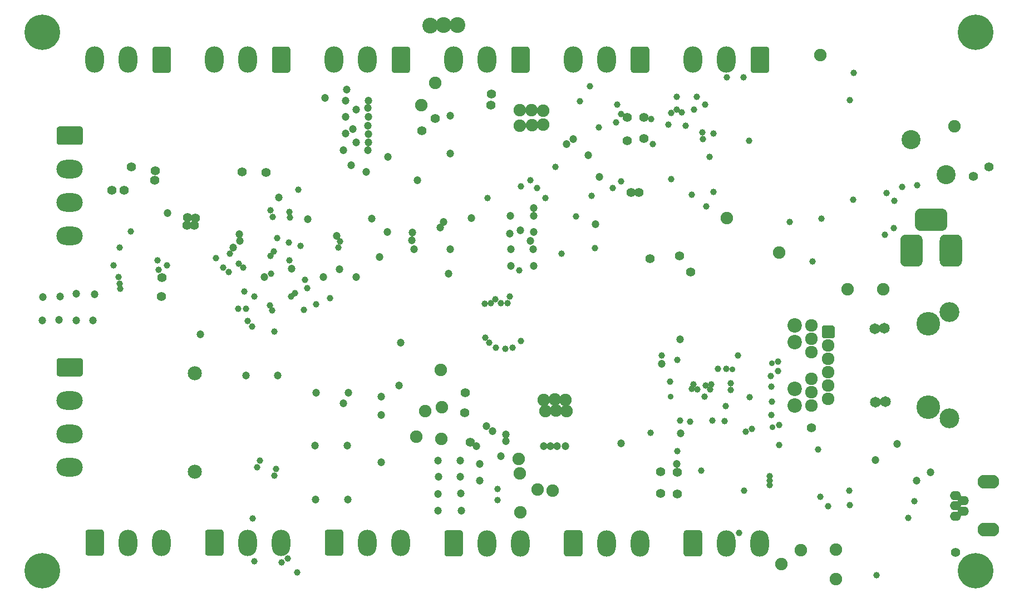
<source format=gbr>
G04 #@! TF.GenerationSoftware,KiCad,Pcbnew,5.1.7-a382d34a8~88~ubuntu20.04.1*
G04 #@! TF.CreationDate,2021-05-06T14:12:58-05:00*
G04 #@! TF.ProjectId,access-controller,61636365-7373-42d6-936f-6e74726f6c6c,rev?*
G04 #@! TF.SameCoordinates,Original*
G04 #@! TF.FileFunction,Soldermask,Bot*
G04 #@! TF.FilePolarity,Negative*
%FSLAX46Y46*%
G04 Gerber Fmt 4.6, Leading zero omitted, Abs format (unit mm)*
G04 Created by KiCad (PCBNEW 5.1.7-a382d34a8~88~ubuntu20.04.1) date 2021-05-06 14:12:58*
%MOMM*%
%LPD*%
G01*
G04 APERTURE LIST*
%ADD10O,2.800000X4.000000*%
%ADD11C,5.400000*%
%ADD12C,2.150000*%
%ADD13O,1.700000X1.400000*%
%ADD14O,3.300000X2.100000*%
%ADD15O,4.000000X2.800000*%
%ADD16C,1.650000*%
%ADD17C,1.924000*%
%ADD18C,2.200000*%
%ADD19C,3.600000*%
%ADD20C,3.010000*%
%ADD21C,3.030000*%
%ADD22C,1.900000*%
%ADD23C,1.200000*%
%ADD24C,1.400000*%
%ADD25C,1.000000*%
%ADD26C,0.900000*%
%ADD27C,2.400000*%
%ADD28C,2.900000*%
G04 APERTURE END LIST*
D10*
X221740000Y-38700000D03*
X226820000Y-38700000D03*
G36*
G01*
X233300000Y-37089200D02*
X233300000Y-40310800D01*
G75*
G02*
X232910800Y-40700000I-389200J0D01*
G01*
X230889200Y-40700000D01*
G75*
G02*
X230500000Y-40310800I0J389200D01*
G01*
X230500000Y-37089200D01*
G75*
G02*
X230889200Y-36700000I389200J0D01*
G01*
X232910800Y-36700000D01*
G75*
G02*
X233300000Y-37089200I0J-389200D01*
G01*
G37*
D11*
X122700000Y-34500000D03*
X264700000Y-34500000D03*
X122700000Y-116500000D03*
X264700000Y-116500000D03*
D12*
X145900000Y-101400000D03*
X145900000Y-86400000D03*
D13*
X261645400Y-105007400D03*
X261645400Y-108207800D03*
X262839200Y-107420400D03*
X262864600Y-105794800D03*
X261645400Y-106607600D03*
D14*
X266700000Y-102950000D03*
X266700000Y-110239800D03*
D15*
X126900000Y-65500000D03*
X126900000Y-60420000D03*
X126900000Y-55340000D03*
G36*
G01*
X125289200Y-48860000D02*
X128510800Y-48860000D01*
G75*
G02*
X128900000Y-49249200I0J-389200D01*
G01*
X128900000Y-51270800D01*
G75*
G02*
X128510800Y-51660000I-389200J0D01*
G01*
X125289200Y-51660000D01*
G75*
G02*
X124900000Y-51270800I0J389200D01*
G01*
X124900000Y-49249200D01*
G75*
G02*
X125289200Y-48860000I389200J0D01*
G01*
G37*
D10*
X203500000Y-38700000D03*
X208580000Y-38700000D03*
G36*
G01*
X215060000Y-37089200D02*
X215060000Y-40310800D01*
G75*
G02*
X214670800Y-40700000I-389200J0D01*
G01*
X212649200Y-40700000D01*
G75*
G02*
X212260000Y-40310800I0J389200D01*
G01*
X212260000Y-37089200D01*
G75*
G02*
X212649200Y-36700000I389200J0D01*
G01*
X214670800Y-36700000D01*
G75*
G02*
X215060000Y-37089200I0J-389200D01*
G01*
G37*
X185300000Y-38700000D03*
X190380000Y-38700000D03*
G36*
G01*
X196860000Y-37089200D02*
X196860000Y-40310800D01*
G75*
G02*
X196470800Y-40700000I-389200J0D01*
G01*
X194449200Y-40700000D01*
G75*
G02*
X194060000Y-40310800I0J389200D01*
G01*
X194060000Y-37089200D01*
G75*
G02*
X194449200Y-36700000I389200J0D01*
G01*
X196470800Y-36700000D01*
G75*
G02*
X196860000Y-37089200I0J-389200D01*
G01*
G37*
X167120000Y-38700000D03*
X172200000Y-38700000D03*
G36*
G01*
X178680000Y-37089200D02*
X178680000Y-40310800D01*
G75*
G02*
X178290800Y-40700000I-389200J0D01*
G01*
X176269200Y-40700000D01*
G75*
G02*
X175880000Y-40310800I0J389200D01*
G01*
X175880000Y-37089200D01*
G75*
G02*
X176269200Y-36700000I389200J0D01*
G01*
X178290800Y-36700000D01*
G75*
G02*
X178680000Y-37089200I0J-389200D01*
G01*
G37*
X148900000Y-38700000D03*
X153980000Y-38700000D03*
G36*
G01*
X160460000Y-37089200D02*
X160460000Y-40310800D01*
G75*
G02*
X160070800Y-40700000I-389200J0D01*
G01*
X158049200Y-40700000D01*
G75*
G02*
X157660000Y-40310800I0J389200D01*
G01*
X157660000Y-37089200D01*
G75*
G02*
X158049200Y-36700000I389200J0D01*
G01*
X160070800Y-36700000D01*
G75*
G02*
X160460000Y-37089200I0J-389200D01*
G01*
G37*
X130720000Y-38700000D03*
X135800000Y-38700000D03*
G36*
G01*
X142280000Y-37089200D02*
X142280000Y-40310800D01*
G75*
G02*
X141890800Y-40700000I-389200J0D01*
G01*
X139869200Y-40700000D01*
G75*
G02*
X139480000Y-40310800I0J389200D01*
G01*
X139480000Y-37089200D01*
G75*
G02*
X139869200Y-36700000I389200J0D01*
G01*
X141890800Y-36700000D01*
G75*
G02*
X142280000Y-37089200I0J-389200D01*
G01*
G37*
D15*
X126900000Y-100740000D03*
X126900000Y-95660000D03*
X126900000Y-90580000D03*
G36*
G01*
X125289200Y-84100000D02*
X128510800Y-84100000D01*
G75*
G02*
X128900000Y-84489200I0J-389200D01*
G01*
X128900000Y-86510800D01*
G75*
G02*
X128510800Y-86900000I-389200J0D01*
G01*
X125289200Y-86900000D01*
G75*
G02*
X124900000Y-86510800I0J389200D01*
G01*
X124900000Y-84489200D01*
G75*
G02*
X125289200Y-84100000I389200J0D01*
G01*
G37*
D10*
X213660000Y-112300000D03*
X208580000Y-112300000D03*
G36*
G01*
X202100000Y-113910800D02*
X202100000Y-110689200D01*
G75*
G02*
X202489200Y-110300000I389200J0D01*
G01*
X204510800Y-110300000D01*
G75*
G02*
X204900000Y-110689200I0J-389200D01*
G01*
X204900000Y-113910800D01*
G75*
G02*
X204510800Y-114300000I-389200J0D01*
G01*
X202489200Y-114300000D01*
G75*
G02*
X202100000Y-113910800I0J389200D01*
G01*
G37*
X231860000Y-112300000D03*
X226780000Y-112300000D03*
G36*
G01*
X220300000Y-113910800D02*
X220300000Y-110689200D01*
G75*
G02*
X220689200Y-110300000I389200J0D01*
G01*
X222710800Y-110300000D01*
G75*
G02*
X223100000Y-110689200I0J-389200D01*
G01*
X223100000Y-113910800D01*
G75*
G02*
X222710800Y-114300000I-389200J0D01*
G01*
X220689200Y-114300000D01*
G75*
G02*
X220300000Y-113910800I0J389200D01*
G01*
G37*
X195460000Y-112300000D03*
X190380000Y-112300000D03*
G36*
G01*
X183900000Y-113910800D02*
X183900000Y-110689200D01*
G75*
G02*
X184289200Y-110300000I389200J0D01*
G01*
X186310800Y-110300000D01*
G75*
G02*
X186700000Y-110689200I0J-389200D01*
G01*
X186700000Y-113910800D01*
G75*
G02*
X186310800Y-114300000I-389200J0D01*
G01*
X184289200Y-114300000D01*
G75*
G02*
X183900000Y-113910800I0J389200D01*
G01*
G37*
X177260000Y-112200000D03*
X172180000Y-112200000D03*
G36*
G01*
X165700000Y-113810800D02*
X165700000Y-110589200D01*
G75*
G02*
X166089200Y-110200000I389200J0D01*
G01*
X168110800Y-110200000D01*
G75*
G02*
X168500000Y-110589200I0J-389200D01*
G01*
X168500000Y-113810800D01*
G75*
G02*
X168110800Y-114200000I-389200J0D01*
G01*
X166089200Y-114200000D01*
G75*
G02*
X165700000Y-113810800I0J389200D01*
G01*
G37*
X159060000Y-112200000D03*
X153980000Y-112200000D03*
G36*
G01*
X147500000Y-113810800D02*
X147500000Y-110589200D01*
G75*
G02*
X147889200Y-110200000I389200J0D01*
G01*
X149910800Y-110200000D01*
G75*
G02*
X150300000Y-110589200I0J-389200D01*
G01*
X150300000Y-113810800D01*
G75*
G02*
X149910800Y-114200000I-389200J0D01*
G01*
X147889200Y-114200000D01*
G75*
G02*
X147500000Y-113810800I0J389200D01*
G01*
G37*
X140860000Y-112200000D03*
X135780000Y-112200000D03*
G36*
G01*
X129300000Y-113810800D02*
X129300000Y-110589200D01*
G75*
G02*
X129689200Y-110200000I389200J0D01*
G01*
X131710800Y-110200000D01*
G75*
G02*
X132100000Y-110589200I0J-389200D01*
G01*
X132100000Y-113810800D01*
G75*
G02*
X131710800Y-114200000I-389200J0D01*
G01*
X129689200Y-114200000D01*
G75*
G02*
X129300000Y-113810800I0J389200D01*
G01*
G37*
G36*
G01*
X256650000Y-66150000D02*
X256650000Y-69350000D01*
G75*
G02*
X255800000Y-70200000I-850000J0D01*
G01*
X254100000Y-70200000D01*
G75*
G02*
X253250000Y-69350000I0J850000D01*
G01*
X253250000Y-66150000D01*
G75*
G02*
X254100000Y-65300000I850000J0D01*
G01*
X255800000Y-65300000D01*
G75*
G02*
X256650000Y-66150000I0J-850000D01*
G01*
G37*
G36*
G01*
X262650000Y-66150000D02*
X262650000Y-69350000D01*
G75*
G02*
X261800000Y-70200000I-850000J0D01*
G01*
X260100000Y-70200000D01*
G75*
G02*
X259250000Y-69350000I0J850000D01*
G01*
X259250000Y-66150000D01*
G75*
G02*
X260100000Y-65300000I850000J0D01*
G01*
X261800000Y-65300000D01*
G75*
G02*
X262650000Y-66150000I0J-850000D01*
G01*
G37*
G36*
G01*
X260400000Y-62200000D02*
X260400000Y-63900000D01*
G75*
G02*
X259550000Y-64750000I-850000J0D01*
G01*
X256350000Y-64750000D01*
G75*
G02*
X255500000Y-63900000I0J850000D01*
G01*
X255500000Y-62200000D01*
G75*
G02*
X256350000Y-61350000I850000J0D01*
G01*
X259550000Y-61350000D01*
G75*
G02*
X260400000Y-62200000I0J-850000D01*
G01*
G37*
D16*
X250970000Y-90770000D03*
X249510000Y-90780000D03*
X250860000Y-79600000D03*
X249400000Y-79610000D03*
G36*
G01*
X243262000Y-79368000D02*
X243262000Y-80892000D01*
G75*
G02*
X243062000Y-81092000I-200000J0D01*
G01*
X241538000Y-81092000D01*
G75*
G02*
X241338000Y-80892000I0J200000D01*
G01*
X241338000Y-79368000D01*
G75*
G02*
X241538000Y-79168000I200000J0D01*
G01*
X243062000Y-79168000D01*
G75*
G02*
X243262000Y-79368000I0J-200000D01*
G01*
G37*
D17*
X242300000Y-82162000D03*
X242300000Y-84194000D03*
X242300000Y-86226000D03*
X242300000Y-88258000D03*
X242300000Y-90290000D03*
X239760000Y-79114000D03*
X239760000Y-81146000D03*
X239760000Y-83178000D03*
X239760000Y-87242000D03*
X239760000Y-89274000D03*
X239760000Y-91306000D03*
D18*
X237220000Y-79114000D03*
X237220000Y-81654000D03*
X237220000Y-88766000D03*
X237220000Y-91306000D03*
D19*
X257540000Y-78860000D03*
X257540000Y-91560000D03*
D20*
X260715000Y-93274500D03*
D21*
X260715000Y-77145500D03*
D22*
X250680000Y-73650000D03*
X197150000Y-46350000D03*
X195400000Y-46350000D03*
X198900000Y-46450000D03*
X197200000Y-48650000D03*
X195400000Y-48700000D03*
X198950000Y-48600000D03*
X182500000Y-42200000D03*
X180350000Y-45650000D03*
X200700000Y-90400000D03*
X199050000Y-90500000D03*
X202350000Y-90500000D03*
X199250000Y-92200000D03*
X202500000Y-92200000D03*
X200900000Y-92100000D03*
X181000000Y-92150000D03*
X179600000Y-96100000D03*
X200400000Y-104300000D03*
X195450000Y-107600000D03*
X195200000Y-99450000D03*
D23*
X186350000Y-99700000D03*
X186350000Y-102200000D03*
X186400000Y-104700000D03*
X186450000Y-107300000D03*
X182950000Y-107300000D03*
X182950000Y-104750000D03*
X183050000Y-102200000D03*
X182950000Y-99700000D03*
X172250000Y-52450000D03*
X172300000Y-50000000D03*
X172300000Y-47400000D03*
X172300000Y-44900000D03*
X168850000Y-49950000D03*
X168850000Y-47350000D03*
X168850000Y-44900000D03*
X167950000Y-70550000D03*
X165500000Y-71800000D03*
X170450000Y-71800000D03*
X184500000Y-71300000D03*
X194000000Y-70100000D03*
X194000000Y-67500000D03*
X193950000Y-62450000D03*
X197450000Y-62450000D03*
X197450000Y-64950000D03*
X197400000Y-67550000D03*
X197450000Y-70100000D03*
D22*
X241100000Y-38000000D03*
D23*
X122800000Y-74850000D03*
X130400000Y-78350000D03*
X127850000Y-78350000D03*
X125300000Y-78300000D03*
X122750000Y-78350000D03*
D24*
X139900000Y-55600000D03*
X136250000Y-55000000D03*
X153100000Y-55800000D03*
X156750000Y-55850000D03*
D23*
X164350000Y-89350000D03*
X169300000Y-89400000D03*
X164200000Y-97400000D03*
X169100000Y-97450000D03*
X169200000Y-105600000D03*
X164300000Y-105650000D03*
X252800000Y-97200000D03*
X249450000Y-99600000D03*
X255750000Y-102800000D03*
X257860000Y-101519611D03*
D25*
X255400000Y-105900000D03*
D24*
X261650000Y-113700000D03*
D22*
X243500000Y-113250000D03*
D25*
X249600000Y-117150000D03*
D23*
X206850000Y-63750000D03*
D25*
X161650000Y-58450000D03*
D24*
X187050000Y-89350000D03*
X186950000Y-92450000D03*
D23*
X210750000Y-97050000D03*
D24*
X216750000Y-101400000D03*
X216750000Y-104700000D03*
X219300000Y-104800000D03*
D25*
X215250000Y-95500000D03*
X219300000Y-98250000D03*
X228600000Y-83700000D03*
D23*
X219750000Y-81250000D03*
D25*
X210200000Y-45550000D03*
D24*
X214250000Y-47500000D03*
X211700000Y-47500000D03*
X211700000Y-51000000D03*
D26*
X233750000Y-84900000D03*
D25*
X223000000Y-101200000D03*
X230700000Y-94850000D03*
X234850000Y-97350000D03*
X240750000Y-98050000D03*
D26*
X218350000Y-89974979D03*
D25*
X229750000Y-95350000D03*
D22*
X243478072Y-117774990D03*
D24*
X144800000Y-62700000D03*
X146000000Y-62800000D03*
X144750000Y-63900000D03*
X145850000Y-63900000D03*
D23*
X127850000Y-74274968D03*
X130724348Y-74424968D03*
X125432660Y-74724979D03*
D24*
X140965339Y-71838278D03*
D25*
X227500000Y-87900000D03*
X227500000Y-89000000D03*
D24*
X140814492Y-74761340D03*
D23*
X178926431Y-66163658D03*
X168524990Y-52484340D03*
X193862340Y-65137660D03*
D25*
X207408459Y-49033449D03*
D24*
X214280024Y-50724979D03*
X219321759Y-101521759D03*
D25*
X241240000Y-62850000D03*
X246050000Y-59960010D03*
X250890000Y-65310000D03*
X252240000Y-64360000D03*
X252340000Y-60150000D03*
X251190000Y-58970000D03*
D24*
X266750000Y-54970000D03*
X264390000Y-56440000D03*
D25*
X206760000Y-67380000D03*
D24*
X215160000Y-69000000D03*
X219710000Y-68590000D03*
X221320000Y-71030000D03*
D25*
X254450000Y-108450000D03*
X233350000Y-102100000D03*
X233350000Y-102750000D03*
X233350000Y-103450000D03*
D23*
X202275000Y-97500000D03*
X201000000Y-97500000D03*
X200000000Y-97500000D03*
X199000000Y-97500000D03*
X174000000Y-68750000D03*
X177250000Y-81750000D03*
D25*
X158250000Y-101000000D03*
D23*
X156500000Y-71750000D03*
D25*
X155825021Y-99750000D03*
D23*
X160650056Y-70535901D03*
D25*
X157800000Y-62650000D03*
X160425008Y-62751910D03*
X160575076Y-74775076D03*
X157671274Y-76874990D03*
X157400000Y-61650000D03*
X160350000Y-61850000D03*
X157324990Y-76100000D03*
X161200077Y-74250488D03*
D23*
X167500000Y-65500000D03*
X168500000Y-91000000D03*
D22*
X245230000Y-73650000D03*
X195400000Y-101700000D03*
X198100000Y-104150000D03*
X238100000Y-113300000D03*
X235200000Y-115500000D03*
D24*
X191050000Y-43950000D03*
X191000000Y-45650000D03*
D23*
X172000000Y-55750000D03*
X184750000Y-47250000D03*
D25*
X203921418Y-62555316D03*
X209500000Y-58250000D03*
X206250000Y-59375010D03*
D24*
X212310000Y-58860000D03*
X213500000Y-58880000D03*
D25*
X210805010Y-57233288D03*
D24*
X182500000Y-47600000D03*
X180500000Y-49500000D03*
D27*
X185850000Y-33450000D03*
X183800000Y-33450000D03*
X181750000Y-33500000D03*
D23*
X169750000Y-54750000D03*
D25*
X206000000Y-42750000D03*
X204500000Y-45000000D03*
D23*
X219250000Y-100250000D03*
D25*
X195500000Y-58000000D03*
X197000000Y-57000000D03*
X210750000Y-47000000D03*
X221250000Y-93750000D03*
X217000000Y-83750000D03*
X160050000Y-114600000D03*
X159150000Y-115225010D03*
X155024957Y-115060387D03*
D23*
X191250000Y-95250000D03*
X189250000Y-100250000D03*
D25*
X191625001Y-75184955D03*
X191750000Y-82500000D03*
D23*
X170500000Y-46250000D03*
X172250000Y-46000000D03*
X190250000Y-94500000D03*
X188750000Y-97500000D03*
D25*
X191000000Y-75750000D03*
X190750000Y-81750000D03*
X134550000Y-73550000D03*
X140450000Y-70650000D03*
X150250000Y-70350000D03*
X152600000Y-69700000D03*
X153250000Y-70350000D03*
X134493914Y-72751957D03*
X141706795Y-69977104D03*
X151050000Y-70975010D03*
D23*
X197500000Y-61250000D03*
X187974946Y-62786240D03*
X183804707Y-63417940D03*
X195424777Y-64649458D03*
D25*
X134500000Y-67300000D03*
X136200000Y-64800000D03*
X134300000Y-71800000D03*
X149100000Y-68850000D03*
X151300000Y-68250000D03*
X140224643Y-69241348D03*
X190124990Y-81000000D03*
X190045999Y-75826730D03*
D23*
X184750000Y-53000000D03*
X203500000Y-50750000D03*
X193250000Y-96750000D03*
X192500000Y-99000000D03*
D25*
X192500000Y-75750000D03*
X193185919Y-82725811D03*
D23*
X170475010Y-51308276D03*
X172375033Y-51250000D03*
D25*
X210000000Y-48250000D03*
X215375859Y-47717050D03*
D23*
X217000000Y-85000000D03*
X219821223Y-95583358D03*
X179750000Y-57000000D03*
X202500000Y-51500000D03*
X165750000Y-44500000D03*
X169000000Y-43250000D03*
D25*
X195500000Y-81500000D03*
X190500000Y-59750000D03*
X198000000Y-58250000D03*
X193859112Y-74729205D03*
X200750000Y-55000000D03*
X199250000Y-59750000D03*
X195250000Y-70750000D03*
D23*
X183250000Y-64250000D03*
X197000000Y-66250000D03*
X151750000Y-67250000D03*
X158681505Y-59626185D03*
X170000000Y-49250000D03*
X172250000Y-48750000D03*
D25*
X166500000Y-74950000D03*
X154000000Y-78500000D03*
X164350000Y-75950000D03*
X153738343Y-76624902D03*
D23*
X179250000Y-67500000D03*
X152737340Y-65237340D03*
D25*
X162000000Y-67000000D03*
X167750000Y-67250000D03*
D23*
X152750000Y-66250000D03*
X179000000Y-65000000D03*
D25*
X160250000Y-66500000D03*
X168054707Y-66332060D03*
D23*
X189250000Y-102750000D03*
X193262660Y-95737340D03*
D25*
X193500000Y-75750000D03*
X194277132Y-82521010D03*
X154750000Y-108500000D03*
X161500000Y-116750000D03*
X158000000Y-102000000D03*
X155375010Y-100750000D03*
X155000000Y-74750000D03*
X162500000Y-76750000D03*
X153500000Y-74000000D03*
X163000000Y-73500000D03*
X223651469Y-88307426D03*
X221804771Y-88085314D03*
X219750000Y-93600000D03*
X158050000Y-80050000D03*
X154624990Y-79275030D03*
X226750000Y-85750000D03*
X225500000Y-85750000D03*
X162649344Y-72196458D03*
X157500000Y-71250000D03*
X223450000Y-89950000D03*
X221511615Y-88829679D03*
X160300000Y-69250000D03*
X157474968Y-68571727D03*
X157924979Y-67879609D03*
X158450716Y-65875010D03*
X224527557Y-88109477D03*
X219326000Y-84388500D03*
X224650000Y-93600000D03*
X218200000Y-87700000D03*
X226729960Y-91403307D03*
X226522042Y-93675011D03*
X224296769Y-88875477D03*
X222337325Y-88887867D03*
D24*
X133350000Y-58550000D03*
X135200000Y-58550000D03*
X139800000Y-57050000D03*
D22*
X183350000Y-85950000D03*
X183500000Y-91550000D03*
X183450000Y-96400000D03*
D23*
X175250000Y-64900000D03*
X172850000Y-62900000D03*
X163150000Y-62950000D03*
D25*
X133584985Y-69960182D03*
X152500000Y-76600000D03*
D23*
X184750000Y-67500000D03*
D24*
X187809809Y-96893460D03*
D23*
X175262660Y-53512660D03*
D25*
X229500000Y-104250000D03*
X228750000Y-110750000D03*
X192000000Y-105750000D03*
X192000000Y-104000000D03*
X201750000Y-68250000D03*
D23*
X174250000Y-90000000D03*
X177000000Y-88250000D03*
X174250000Y-92750000D03*
X174250000Y-100000000D03*
D25*
X241050000Y-105250000D03*
X242250000Y-106650000D03*
X245550000Y-106450000D03*
X245450000Y-104300000D03*
D28*
X260200000Y-56150000D03*
X254900000Y-50850000D03*
D25*
X224250000Y-53500000D03*
X230250000Y-51000000D03*
D23*
X205750000Y-53250000D03*
X207500000Y-56500000D03*
D25*
X218422499Y-46765036D03*
X217950000Y-48540000D03*
X223548701Y-45497422D03*
X221895384Y-46299256D03*
D23*
X141750000Y-62000000D03*
X146750000Y-80500000D03*
X153750000Y-86750000D03*
X158500000Y-86750000D03*
D25*
X218440000Y-56840000D03*
X224800000Y-58780000D03*
X223750000Y-61000000D03*
X221530338Y-59280338D03*
X215645966Y-51562928D03*
X219999996Y-46669000D03*
X222276445Y-44363862D03*
D24*
X239750000Y-94700000D03*
D25*
X233650000Y-88450000D03*
X233550000Y-86850000D03*
X230300000Y-90100000D03*
X234650000Y-86100000D03*
X234650000Y-84650000D03*
X233750000Y-90750000D03*
X234800000Y-94250000D03*
X233650000Y-92750000D03*
D26*
X227724979Y-85796846D03*
X233800000Y-94650000D03*
D22*
X234850000Y-68050000D03*
D25*
X239930000Y-69420000D03*
X236440000Y-63430000D03*
X223228051Y-50771949D03*
X224855155Y-49894845D03*
X223160000Y-49720000D03*
X220590000Y-48740000D03*
X246210000Y-40660000D03*
X245550000Y-44810000D03*
X219210000Y-44351543D03*
X219257796Y-46245010D03*
X226850000Y-41360000D03*
X229370000Y-41380000D03*
D22*
X226890000Y-62760000D03*
X261460000Y-48850000D03*
D25*
X253540000Y-58040000D03*
X255820000Y-57830000D03*
M02*

</source>
